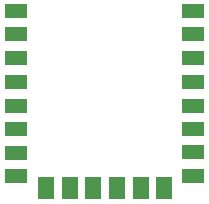
<source format=gbp>
G04 Layer_Color=128*
%FSAX24Y24*%
%MOIN*%
G70*
G01*
G75*
%ADD29R,0.0750X0.0450*%
%ADD30R,0.0550X0.0750*%
D29*
X201860Y133945D02*
D03*
Y133165D02*
D03*
Y132365D02*
D03*
Y131585D02*
D03*
Y130795D02*
D03*
Y130005D02*
D03*
Y129225D02*
D03*
X207760Y128445D02*
D03*
Y130015D02*
D03*
Y130795D02*
D03*
Y131595D02*
D03*
Y132375D02*
D03*
Y133165D02*
D03*
X201860Y128435D02*
D03*
X207760Y129235D02*
D03*
Y133945D02*
D03*
D30*
X202845Y128050D02*
D03*
X203645D02*
D03*
X204425D02*
D03*
X205225D02*
D03*
X206005D02*
D03*
X206785D02*
D03*
M02*

</source>
